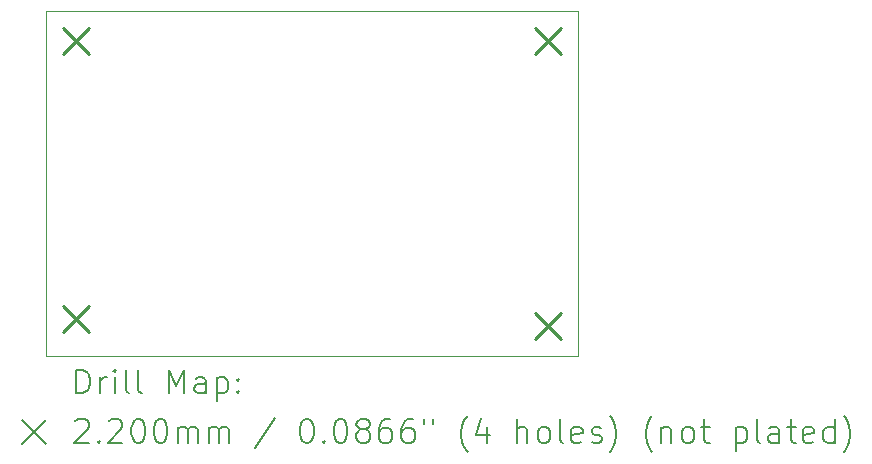
<source format=gbr>
%TF.GenerationSoftware,KiCad,Pcbnew,9.0.0-9.0.0-2~ubuntu24.04.1*%
%TF.CreationDate,2025-03-29T11:10:49-07:00*%
%TF.ProjectId,aud_chain2,6175645f-6368-4616-996e-322e6b696361,rev?*%
%TF.SameCoordinates,Original*%
%TF.FileFunction,Drillmap*%
%TF.FilePolarity,Positive*%
%FSLAX45Y45*%
G04 Gerber Fmt 4.5, Leading zero omitted, Abs format (unit mm)*
G04 Created by KiCad (PCBNEW 9.0.0-9.0.0-2~ubuntu24.04.1) date 2025-03-29 11:10:49*
%MOMM*%
%LPD*%
G01*
G04 APERTURE LIST*
%ADD10C,0.050000*%
%ADD11C,0.200000*%
%ADD12C,0.220000*%
G04 APERTURE END LIST*
D10*
X5080000Y-12700000D02*
X9588500Y-12700000D01*
X9588500Y-15621000D01*
X5080000Y-15621000D01*
X5080000Y-12700000D01*
D11*
D12*
X5224000Y-12844000D02*
X5444000Y-13064000D01*
X5444000Y-12844000D02*
X5224000Y-13064000D01*
X5224000Y-15193500D02*
X5444000Y-15413500D01*
X5444000Y-15193500D02*
X5224000Y-15413500D01*
X9224500Y-12844000D02*
X9444500Y-13064000D01*
X9444500Y-12844000D02*
X9224500Y-13064000D01*
X9224500Y-15257000D02*
X9444500Y-15477000D01*
X9444500Y-15257000D02*
X9224500Y-15477000D01*
D11*
X5338277Y-15934984D02*
X5338277Y-15734984D01*
X5338277Y-15734984D02*
X5385896Y-15734984D01*
X5385896Y-15734984D02*
X5414467Y-15744508D01*
X5414467Y-15744508D02*
X5433515Y-15763555D01*
X5433515Y-15763555D02*
X5443039Y-15782603D01*
X5443039Y-15782603D02*
X5452563Y-15820698D01*
X5452563Y-15820698D02*
X5452563Y-15849269D01*
X5452563Y-15849269D02*
X5443039Y-15887365D01*
X5443039Y-15887365D02*
X5433515Y-15906412D01*
X5433515Y-15906412D02*
X5414467Y-15925460D01*
X5414467Y-15925460D02*
X5385896Y-15934984D01*
X5385896Y-15934984D02*
X5338277Y-15934984D01*
X5538277Y-15934984D02*
X5538277Y-15801650D01*
X5538277Y-15839746D02*
X5547801Y-15820698D01*
X5547801Y-15820698D02*
X5557324Y-15811174D01*
X5557324Y-15811174D02*
X5576372Y-15801650D01*
X5576372Y-15801650D02*
X5595420Y-15801650D01*
X5662086Y-15934984D02*
X5662086Y-15801650D01*
X5662086Y-15734984D02*
X5652562Y-15744508D01*
X5652562Y-15744508D02*
X5662086Y-15754031D01*
X5662086Y-15754031D02*
X5671610Y-15744508D01*
X5671610Y-15744508D02*
X5662086Y-15734984D01*
X5662086Y-15734984D02*
X5662086Y-15754031D01*
X5785896Y-15934984D02*
X5766848Y-15925460D01*
X5766848Y-15925460D02*
X5757324Y-15906412D01*
X5757324Y-15906412D02*
X5757324Y-15734984D01*
X5890658Y-15934984D02*
X5871610Y-15925460D01*
X5871610Y-15925460D02*
X5862086Y-15906412D01*
X5862086Y-15906412D02*
X5862086Y-15734984D01*
X6119229Y-15934984D02*
X6119229Y-15734984D01*
X6119229Y-15734984D02*
X6185896Y-15877841D01*
X6185896Y-15877841D02*
X6252562Y-15734984D01*
X6252562Y-15734984D02*
X6252562Y-15934984D01*
X6433515Y-15934984D02*
X6433515Y-15830222D01*
X6433515Y-15830222D02*
X6423991Y-15811174D01*
X6423991Y-15811174D02*
X6404943Y-15801650D01*
X6404943Y-15801650D02*
X6366848Y-15801650D01*
X6366848Y-15801650D02*
X6347801Y-15811174D01*
X6433515Y-15925460D02*
X6414467Y-15934984D01*
X6414467Y-15934984D02*
X6366848Y-15934984D01*
X6366848Y-15934984D02*
X6347801Y-15925460D01*
X6347801Y-15925460D02*
X6338277Y-15906412D01*
X6338277Y-15906412D02*
X6338277Y-15887365D01*
X6338277Y-15887365D02*
X6347801Y-15868317D01*
X6347801Y-15868317D02*
X6366848Y-15858793D01*
X6366848Y-15858793D02*
X6414467Y-15858793D01*
X6414467Y-15858793D02*
X6433515Y-15849269D01*
X6528753Y-15801650D02*
X6528753Y-16001650D01*
X6528753Y-15811174D02*
X6547801Y-15801650D01*
X6547801Y-15801650D02*
X6585896Y-15801650D01*
X6585896Y-15801650D02*
X6604943Y-15811174D01*
X6604943Y-15811174D02*
X6614467Y-15820698D01*
X6614467Y-15820698D02*
X6623991Y-15839746D01*
X6623991Y-15839746D02*
X6623991Y-15896888D01*
X6623991Y-15896888D02*
X6614467Y-15915936D01*
X6614467Y-15915936D02*
X6604943Y-15925460D01*
X6604943Y-15925460D02*
X6585896Y-15934984D01*
X6585896Y-15934984D02*
X6547801Y-15934984D01*
X6547801Y-15934984D02*
X6528753Y-15925460D01*
X6709705Y-15915936D02*
X6719229Y-15925460D01*
X6719229Y-15925460D02*
X6709705Y-15934984D01*
X6709705Y-15934984D02*
X6700182Y-15925460D01*
X6700182Y-15925460D02*
X6709705Y-15915936D01*
X6709705Y-15915936D02*
X6709705Y-15934984D01*
X6709705Y-15811174D02*
X6719229Y-15820698D01*
X6719229Y-15820698D02*
X6709705Y-15830222D01*
X6709705Y-15830222D02*
X6700182Y-15820698D01*
X6700182Y-15820698D02*
X6709705Y-15811174D01*
X6709705Y-15811174D02*
X6709705Y-15830222D01*
X4877500Y-16163500D02*
X5077500Y-16363500D01*
X5077500Y-16163500D02*
X4877500Y-16363500D01*
X5328753Y-16174031D02*
X5338277Y-16164508D01*
X5338277Y-16164508D02*
X5357324Y-16154984D01*
X5357324Y-16154984D02*
X5404944Y-16154984D01*
X5404944Y-16154984D02*
X5423991Y-16164508D01*
X5423991Y-16164508D02*
X5433515Y-16174031D01*
X5433515Y-16174031D02*
X5443039Y-16193079D01*
X5443039Y-16193079D02*
X5443039Y-16212127D01*
X5443039Y-16212127D02*
X5433515Y-16240698D01*
X5433515Y-16240698D02*
X5319229Y-16354984D01*
X5319229Y-16354984D02*
X5443039Y-16354984D01*
X5528753Y-16335936D02*
X5538277Y-16345460D01*
X5538277Y-16345460D02*
X5528753Y-16354984D01*
X5528753Y-16354984D02*
X5519229Y-16345460D01*
X5519229Y-16345460D02*
X5528753Y-16335936D01*
X5528753Y-16335936D02*
X5528753Y-16354984D01*
X5614467Y-16174031D02*
X5623991Y-16164508D01*
X5623991Y-16164508D02*
X5643039Y-16154984D01*
X5643039Y-16154984D02*
X5690658Y-16154984D01*
X5690658Y-16154984D02*
X5709705Y-16164508D01*
X5709705Y-16164508D02*
X5719229Y-16174031D01*
X5719229Y-16174031D02*
X5728753Y-16193079D01*
X5728753Y-16193079D02*
X5728753Y-16212127D01*
X5728753Y-16212127D02*
X5719229Y-16240698D01*
X5719229Y-16240698D02*
X5604943Y-16354984D01*
X5604943Y-16354984D02*
X5728753Y-16354984D01*
X5852562Y-16154984D02*
X5871610Y-16154984D01*
X5871610Y-16154984D02*
X5890658Y-16164508D01*
X5890658Y-16164508D02*
X5900182Y-16174031D01*
X5900182Y-16174031D02*
X5909705Y-16193079D01*
X5909705Y-16193079D02*
X5919229Y-16231174D01*
X5919229Y-16231174D02*
X5919229Y-16278793D01*
X5919229Y-16278793D02*
X5909705Y-16316888D01*
X5909705Y-16316888D02*
X5900182Y-16335936D01*
X5900182Y-16335936D02*
X5890658Y-16345460D01*
X5890658Y-16345460D02*
X5871610Y-16354984D01*
X5871610Y-16354984D02*
X5852562Y-16354984D01*
X5852562Y-16354984D02*
X5833515Y-16345460D01*
X5833515Y-16345460D02*
X5823991Y-16335936D01*
X5823991Y-16335936D02*
X5814467Y-16316888D01*
X5814467Y-16316888D02*
X5804943Y-16278793D01*
X5804943Y-16278793D02*
X5804943Y-16231174D01*
X5804943Y-16231174D02*
X5814467Y-16193079D01*
X5814467Y-16193079D02*
X5823991Y-16174031D01*
X5823991Y-16174031D02*
X5833515Y-16164508D01*
X5833515Y-16164508D02*
X5852562Y-16154984D01*
X6043039Y-16154984D02*
X6062086Y-16154984D01*
X6062086Y-16154984D02*
X6081134Y-16164508D01*
X6081134Y-16164508D02*
X6090658Y-16174031D01*
X6090658Y-16174031D02*
X6100182Y-16193079D01*
X6100182Y-16193079D02*
X6109705Y-16231174D01*
X6109705Y-16231174D02*
X6109705Y-16278793D01*
X6109705Y-16278793D02*
X6100182Y-16316888D01*
X6100182Y-16316888D02*
X6090658Y-16335936D01*
X6090658Y-16335936D02*
X6081134Y-16345460D01*
X6081134Y-16345460D02*
X6062086Y-16354984D01*
X6062086Y-16354984D02*
X6043039Y-16354984D01*
X6043039Y-16354984D02*
X6023991Y-16345460D01*
X6023991Y-16345460D02*
X6014467Y-16335936D01*
X6014467Y-16335936D02*
X6004943Y-16316888D01*
X6004943Y-16316888D02*
X5995420Y-16278793D01*
X5995420Y-16278793D02*
X5995420Y-16231174D01*
X5995420Y-16231174D02*
X6004943Y-16193079D01*
X6004943Y-16193079D02*
X6014467Y-16174031D01*
X6014467Y-16174031D02*
X6023991Y-16164508D01*
X6023991Y-16164508D02*
X6043039Y-16154984D01*
X6195420Y-16354984D02*
X6195420Y-16221650D01*
X6195420Y-16240698D02*
X6204943Y-16231174D01*
X6204943Y-16231174D02*
X6223991Y-16221650D01*
X6223991Y-16221650D02*
X6252563Y-16221650D01*
X6252563Y-16221650D02*
X6271610Y-16231174D01*
X6271610Y-16231174D02*
X6281134Y-16250222D01*
X6281134Y-16250222D02*
X6281134Y-16354984D01*
X6281134Y-16250222D02*
X6290658Y-16231174D01*
X6290658Y-16231174D02*
X6309705Y-16221650D01*
X6309705Y-16221650D02*
X6338277Y-16221650D01*
X6338277Y-16221650D02*
X6357324Y-16231174D01*
X6357324Y-16231174D02*
X6366848Y-16250222D01*
X6366848Y-16250222D02*
X6366848Y-16354984D01*
X6462086Y-16354984D02*
X6462086Y-16221650D01*
X6462086Y-16240698D02*
X6471610Y-16231174D01*
X6471610Y-16231174D02*
X6490658Y-16221650D01*
X6490658Y-16221650D02*
X6519229Y-16221650D01*
X6519229Y-16221650D02*
X6538277Y-16231174D01*
X6538277Y-16231174D02*
X6547801Y-16250222D01*
X6547801Y-16250222D02*
X6547801Y-16354984D01*
X6547801Y-16250222D02*
X6557324Y-16231174D01*
X6557324Y-16231174D02*
X6576372Y-16221650D01*
X6576372Y-16221650D02*
X6604943Y-16221650D01*
X6604943Y-16221650D02*
X6623991Y-16231174D01*
X6623991Y-16231174D02*
X6633515Y-16250222D01*
X6633515Y-16250222D02*
X6633515Y-16354984D01*
X7023991Y-16145460D02*
X6852563Y-16402603D01*
X7281134Y-16154984D02*
X7300182Y-16154984D01*
X7300182Y-16154984D02*
X7319229Y-16164508D01*
X7319229Y-16164508D02*
X7328753Y-16174031D01*
X7328753Y-16174031D02*
X7338277Y-16193079D01*
X7338277Y-16193079D02*
X7347801Y-16231174D01*
X7347801Y-16231174D02*
X7347801Y-16278793D01*
X7347801Y-16278793D02*
X7338277Y-16316888D01*
X7338277Y-16316888D02*
X7328753Y-16335936D01*
X7328753Y-16335936D02*
X7319229Y-16345460D01*
X7319229Y-16345460D02*
X7300182Y-16354984D01*
X7300182Y-16354984D02*
X7281134Y-16354984D01*
X7281134Y-16354984D02*
X7262086Y-16345460D01*
X7262086Y-16345460D02*
X7252563Y-16335936D01*
X7252563Y-16335936D02*
X7243039Y-16316888D01*
X7243039Y-16316888D02*
X7233515Y-16278793D01*
X7233515Y-16278793D02*
X7233515Y-16231174D01*
X7233515Y-16231174D02*
X7243039Y-16193079D01*
X7243039Y-16193079D02*
X7252563Y-16174031D01*
X7252563Y-16174031D02*
X7262086Y-16164508D01*
X7262086Y-16164508D02*
X7281134Y-16154984D01*
X7433515Y-16335936D02*
X7443039Y-16345460D01*
X7443039Y-16345460D02*
X7433515Y-16354984D01*
X7433515Y-16354984D02*
X7423991Y-16345460D01*
X7423991Y-16345460D02*
X7433515Y-16335936D01*
X7433515Y-16335936D02*
X7433515Y-16354984D01*
X7566848Y-16154984D02*
X7585896Y-16154984D01*
X7585896Y-16154984D02*
X7604944Y-16164508D01*
X7604944Y-16164508D02*
X7614467Y-16174031D01*
X7614467Y-16174031D02*
X7623991Y-16193079D01*
X7623991Y-16193079D02*
X7633515Y-16231174D01*
X7633515Y-16231174D02*
X7633515Y-16278793D01*
X7633515Y-16278793D02*
X7623991Y-16316888D01*
X7623991Y-16316888D02*
X7614467Y-16335936D01*
X7614467Y-16335936D02*
X7604944Y-16345460D01*
X7604944Y-16345460D02*
X7585896Y-16354984D01*
X7585896Y-16354984D02*
X7566848Y-16354984D01*
X7566848Y-16354984D02*
X7547801Y-16345460D01*
X7547801Y-16345460D02*
X7538277Y-16335936D01*
X7538277Y-16335936D02*
X7528753Y-16316888D01*
X7528753Y-16316888D02*
X7519229Y-16278793D01*
X7519229Y-16278793D02*
X7519229Y-16231174D01*
X7519229Y-16231174D02*
X7528753Y-16193079D01*
X7528753Y-16193079D02*
X7538277Y-16174031D01*
X7538277Y-16174031D02*
X7547801Y-16164508D01*
X7547801Y-16164508D02*
X7566848Y-16154984D01*
X7747801Y-16240698D02*
X7728753Y-16231174D01*
X7728753Y-16231174D02*
X7719229Y-16221650D01*
X7719229Y-16221650D02*
X7709706Y-16202603D01*
X7709706Y-16202603D02*
X7709706Y-16193079D01*
X7709706Y-16193079D02*
X7719229Y-16174031D01*
X7719229Y-16174031D02*
X7728753Y-16164508D01*
X7728753Y-16164508D02*
X7747801Y-16154984D01*
X7747801Y-16154984D02*
X7785896Y-16154984D01*
X7785896Y-16154984D02*
X7804944Y-16164508D01*
X7804944Y-16164508D02*
X7814467Y-16174031D01*
X7814467Y-16174031D02*
X7823991Y-16193079D01*
X7823991Y-16193079D02*
X7823991Y-16202603D01*
X7823991Y-16202603D02*
X7814467Y-16221650D01*
X7814467Y-16221650D02*
X7804944Y-16231174D01*
X7804944Y-16231174D02*
X7785896Y-16240698D01*
X7785896Y-16240698D02*
X7747801Y-16240698D01*
X7747801Y-16240698D02*
X7728753Y-16250222D01*
X7728753Y-16250222D02*
X7719229Y-16259746D01*
X7719229Y-16259746D02*
X7709706Y-16278793D01*
X7709706Y-16278793D02*
X7709706Y-16316888D01*
X7709706Y-16316888D02*
X7719229Y-16335936D01*
X7719229Y-16335936D02*
X7728753Y-16345460D01*
X7728753Y-16345460D02*
X7747801Y-16354984D01*
X7747801Y-16354984D02*
X7785896Y-16354984D01*
X7785896Y-16354984D02*
X7804944Y-16345460D01*
X7804944Y-16345460D02*
X7814467Y-16335936D01*
X7814467Y-16335936D02*
X7823991Y-16316888D01*
X7823991Y-16316888D02*
X7823991Y-16278793D01*
X7823991Y-16278793D02*
X7814467Y-16259746D01*
X7814467Y-16259746D02*
X7804944Y-16250222D01*
X7804944Y-16250222D02*
X7785896Y-16240698D01*
X7995420Y-16154984D02*
X7957325Y-16154984D01*
X7957325Y-16154984D02*
X7938277Y-16164508D01*
X7938277Y-16164508D02*
X7928753Y-16174031D01*
X7928753Y-16174031D02*
X7909706Y-16202603D01*
X7909706Y-16202603D02*
X7900182Y-16240698D01*
X7900182Y-16240698D02*
X7900182Y-16316888D01*
X7900182Y-16316888D02*
X7909706Y-16335936D01*
X7909706Y-16335936D02*
X7919229Y-16345460D01*
X7919229Y-16345460D02*
X7938277Y-16354984D01*
X7938277Y-16354984D02*
X7976372Y-16354984D01*
X7976372Y-16354984D02*
X7995420Y-16345460D01*
X7995420Y-16345460D02*
X8004944Y-16335936D01*
X8004944Y-16335936D02*
X8014467Y-16316888D01*
X8014467Y-16316888D02*
X8014467Y-16269269D01*
X8014467Y-16269269D02*
X8004944Y-16250222D01*
X8004944Y-16250222D02*
X7995420Y-16240698D01*
X7995420Y-16240698D02*
X7976372Y-16231174D01*
X7976372Y-16231174D02*
X7938277Y-16231174D01*
X7938277Y-16231174D02*
X7919229Y-16240698D01*
X7919229Y-16240698D02*
X7909706Y-16250222D01*
X7909706Y-16250222D02*
X7900182Y-16269269D01*
X8185896Y-16154984D02*
X8147801Y-16154984D01*
X8147801Y-16154984D02*
X8128753Y-16164508D01*
X8128753Y-16164508D02*
X8119229Y-16174031D01*
X8119229Y-16174031D02*
X8100182Y-16202603D01*
X8100182Y-16202603D02*
X8090658Y-16240698D01*
X8090658Y-16240698D02*
X8090658Y-16316888D01*
X8090658Y-16316888D02*
X8100182Y-16335936D01*
X8100182Y-16335936D02*
X8109706Y-16345460D01*
X8109706Y-16345460D02*
X8128753Y-16354984D01*
X8128753Y-16354984D02*
X8166848Y-16354984D01*
X8166848Y-16354984D02*
X8185896Y-16345460D01*
X8185896Y-16345460D02*
X8195420Y-16335936D01*
X8195420Y-16335936D02*
X8204944Y-16316888D01*
X8204944Y-16316888D02*
X8204944Y-16269269D01*
X8204944Y-16269269D02*
X8195420Y-16250222D01*
X8195420Y-16250222D02*
X8185896Y-16240698D01*
X8185896Y-16240698D02*
X8166848Y-16231174D01*
X8166848Y-16231174D02*
X8128753Y-16231174D01*
X8128753Y-16231174D02*
X8109706Y-16240698D01*
X8109706Y-16240698D02*
X8100182Y-16250222D01*
X8100182Y-16250222D02*
X8090658Y-16269269D01*
X8281134Y-16154984D02*
X8281134Y-16193079D01*
X8357325Y-16154984D02*
X8357325Y-16193079D01*
X8652563Y-16431174D02*
X8643039Y-16421650D01*
X8643039Y-16421650D02*
X8623991Y-16393079D01*
X8623991Y-16393079D02*
X8614468Y-16374031D01*
X8614468Y-16374031D02*
X8604944Y-16345460D01*
X8604944Y-16345460D02*
X8595420Y-16297841D01*
X8595420Y-16297841D02*
X8595420Y-16259746D01*
X8595420Y-16259746D02*
X8604944Y-16212127D01*
X8604944Y-16212127D02*
X8614468Y-16183555D01*
X8614468Y-16183555D02*
X8623991Y-16164508D01*
X8623991Y-16164508D02*
X8643039Y-16135936D01*
X8643039Y-16135936D02*
X8652563Y-16126412D01*
X8814468Y-16221650D02*
X8814468Y-16354984D01*
X8766849Y-16145460D02*
X8719230Y-16288317D01*
X8719230Y-16288317D02*
X8843039Y-16288317D01*
X9071611Y-16354984D02*
X9071611Y-16154984D01*
X9157325Y-16354984D02*
X9157325Y-16250222D01*
X9157325Y-16250222D02*
X9147801Y-16231174D01*
X9147801Y-16231174D02*
X9128753Y-16221650D01*
X9128753Y-16221650D02*
X9100182Y-16221650D01*
X9100182Y-16221650D02*
X9081134Y-16231174D01*
X9081134Y-16231174D02*
X9071611Y-16240698D01*
X9281134Y-16354984D02*
X9262087Y-16345460D01*
X9262087Y-16345460D02*
X9252563Y-16335936D01*
X9252563Y-16335936D02*
X9243039Y-16316888D01*
X9243039Y-16316888D02*
X9243039Y-16259746D01*
X9243039Y-16259746D02*
X9252563Y-16240698D01*
X9252563Y-16240698D02*
X9262087Y-16231174D01*
X9262087Y-16231174D02*
X9281134Y-16221650D01*
X9281134Y-16221650D02*
X9309706Y-16221650D01*
X9309706Y-16221650D02*
X9328753Y-16231174D01*
X9328753Y-16231174D02*
X9338277Y-16240698D01*
X9338277Y-16240698D02*
X9347801Y-16259746D01*
X9347801Y-16259746D02*
X9347801Y-16316888D01*
X9347801Y-16316888D02*
X9338277Y-16335936D01*
X9338277Y-16335936D02*
X9328753Y-16345460D01*
X9328753Y-16345460D02*
X9309706Y-16354984D01*
X9309706Y-16354984D02*
X9281134Y-16354984D01*
X9462087Y-16354984D02*
X9443039Y-16345460D01*
X9443039Y-16345460D02*
X9433515Y-16326412D01*
X9433515Y-16326412D02*
X9433515Y-16154984D01*
X9614468Y-16345460D02*
X9595420Y-16354984D01*
X9595420Y-16354984D02*
X9557325Y-16354984D01*
X9557325Y-16354984D02*
X9538277Y-16345460D01*
X9538277Y-16345460D02*
X9528753Y-16326412D01*
X9528753Y-16326412D02*
X9528753Y-16250222D01*
X9528753Y-16250222D02*
X9538277Y-16231174D01*
X9538277Y-16231174D02*
X9557325Y-16221650D01*
X9557325Y-16221650D02*
X9595420Y-16221650D01*
X9595420Y-16221650D02*
X9614468Y-16231174D01*
X9614468Y-16231174D02*
X9623992Y-16250222D01*
X9623992Y-16250222D02*
X9623992Y-16269269D01*
X9623992Y-16269269D02*
X9528753Y-16288317D01*
X9700182Y-16345460D02*
X9719230Y-16354984D01*
X9719230Y-16354984D02*
X9757325Y-16354984D01*
X9757325Y-16354984D02*
X9776373Y-16345460D01*
X9776373Y-16345460D02*
X9785896Y-16326412D01*
X9785896Y-16326412D02*
X9785896Y-16316888D01*
X9785896Y-16316888D02*
X9776373Y-16297841D01*
X9776373Y-16297841D02*
X9757325Y-16288317D01*
X9757325Y-16288317D02*
X9728753Y-16288317D01*
X9728753Y-16288317D02*
X9709706Y-16278793D01*
X9709706Y-16278793D02*
X9700182Y-16259746D01*
X9700182Y-16259746D02*
X9700182Y-16250222D01*
X9700182Y-16250222D02*
X9709706Y-16231174D01*
X9709706Y-16231174D02*
X9728753Y-16221650D01*
X9728753Y-16221650D02*
X9757325Y-16221650D01*
X9757325Y-16221650D02*
X9776373Y-16231174D01*
X9852563Y-16431174D02*
X9862087Y-16421650D01*
X9862087Y-16421650D02*
X9881134Y-16393079D01*
X9881134Y-16393079D02*
X9890658Y-16374031D01*
X9890658Y-16374031D02*
X9900182Y-16345460D01*
X9900182Y-16345460D02*
X9909706Y-16297841D01*
X9909706Y-16297841D02*
X9909706Y-16259746D01*
X9909706Y-16259746D02*
X9900182Y-16212127D01*
X9900182Y-16212127D02*
X9890658Y-16183555D01*
X9890658Y-16183555D02*
X9881134Y-16164508D01*
X9881134Y-16164508D02*
X9862087Y-16135936D01*
X9862087Y-16135936D02*
X9852563Y-16126412D01*
X10214468Y-16431174D02*
X10204944Y-16421650D01*
X10204944Y-16421650D02*
X10185896Y-16393079D01*
X10185896Y-16393079D02*
X10176373Y-16374031D01*
X10176373Y-16374031D02*
X10166849Y-16345460D01*
X10166849Y-16345460D02*
X10157325Y-16297841D01*
X10157325Y-16297841D02*
X10157325Y-16259746D01*
X10157325Y-16259746D02*
X10166849Y-16212127D01*
X10166849Y-16212127D02*
X10176373Y-16183555D01*
X10176373Y-16183555D02*
X10185896Y-16164508D01*
X10185896Y-16164508D02*
X10204944Y-16135936D01*
X10204944Y-16135936D02*
X10214468Y-16126412D01*
X10290658Y-16221650D02*
X10290658Y-16354984D01*
X10290658Y-16240698D02*
X10300182Y-16231174D01*
X10300182Y-16231174D02*
X10319230Y-16221650D01*
X10319230Y-16221650D02*
X10347801Y-16221650D01*
X10347801Y-16221650D02*
X10366849Y-16231174D01*
X10366849Y-16231174D02*
X10376373Y-16250222D01*
X10376373Y-16250222D02*
X10376373Y-16354984D01*
X10500182Y-16354984D02*
X10481134Y-16345460D01*
X10481134Y-16345460D02*
X10471611Y-16335936D01*
X10471611Y-16335936D02*
X10462087Y-16316888D01*
X10462087Y-16316888D02*
X10462087Y-16259746D01*
X10462087Y-16259746D02*
X10471611Y-16240698D01*
X10471611Y-16240698D02*
X10481134Y-16231174D01*
X10481134Y-16231174D02*
X10500182Y-16221650D01*
X10500182Y-16221650D02*
X10528754Y-16221650D01*
X10528754Y-16221650D02*
X10547801Y-16231174D01*
X10547801Y-16231174D02*
X10557325Y-16240698D01*
X10557325Y-16240698D02*
X10566849Y-16259746D01*
X10566849Y-16259746D02*
X10566849Y-16316888D01*
X10566849Y-16316888D02*
X10557325Y-16335936D01*
X10557325Y-16335936D02*
X10547801Y-16345460D01*
X10547801Y-16345460D02*
X10528754Y-16354984D01*
X10528754Y-16354984D02*
X10500182Y-16354984D01*
X10623992Y-16221650D02*
X10700182Y-16221650D01*
X10652563Y-16154984D02*
X10652563Y-16326412D01*
X10652563Y-16326412D02*
X10662087Y-16345460D01*
X10662087Y-16345460D02*
X10681134Y-16354984D01*
X10681134Y-16354984D02*
X10700182Y-16354984D01*
X10919230Y-16221650D02*
X10919230Y-16421650D01*
X10919230Y-16231174D02*
X10938277Y-16221650D01*
X10938277Y-16221650D02*
X10976373Y-16221650D01*
X10976373Y-16221650D02*
X10995420Y-16231174D01*
X10995420Y-16231174D02*
X11004944Y-16240698D01*
X11004944Y-16240698D02*
X11014468Y-16259746D01*
X11014468Y-16259746D02*
X11014468Y-16316888D01*
X11014468Y-16316888D02*
X11004944Y-16335936D01*
X11004944Y-16335936D02*
X10995420Y-16345460D01*
X10995420Y-16345460D02*
X10976373Y-16354984D01*
X10976373Y-16354984D02*
X10938277Y-16354984D01*
X10938277Y-16354984D02*
X10919230Y-16345460D01*
X11128754Y-16354984D02*
X11109706Y-16345460D01*
X11109706Y-16345460D02*
X11100182Y-16326412D01*
X11100182Y-16326412D02*
X11100182Y-16154984D01*
X11290658Y-16354984D02*
X11290658Y-16250222D01*
X11290658Y-16250222D02*
X11281134Y-16231174D01*
X11281134Y-16231174D02*
X11262087Y-16221650D01*
X11262087Y-16221650D02*
X11223992Y-16221650D01*
X11223992Y-16221650D02*
X11204944Y-16231174D01*
X11290658Y-16345460D02*
X11271611Y-16354984D01*
X11271611Y-16354984D02*
X11223992Y-16354984D01*
X11223992Y-16354984D02*
X11204944Y-16345460D01*
X11204944Y-16345460D02*
X11195420Y-16326412D01*
X11195420Y-16326412D02*
X11195420Y-16307365D01*
X11195420Y-16307365D02*
X11204944Y-16288317D01*
X11204944Y-16288317D02*
X11223992Y-16278793D01*
X11223992Y-16278793D02*
X11271611Y-16278793D01*
X11271611Y-16278793D02*
X11290658Y-16269269D01*
X11357325Y-16221650D02*
X11433515Y-16221650D01*
X11385896Y-16154984D02*
X11385896Y-16326412D01*
X11385896Y-16326412D02*
X11395420Y-16345460D01*
X11395420Y-16345460D02*
X11414468Y-16354984D01*
X11414468Y-16354984D02*
X11433515Y-16354984D01*
X11576373Y-16345460D02*
X11557325Y-16354984D01*
X11557325Y-16354984D02*
X11519230Y-16354984D01*
X11519230Y-16354984D02*
X11500182Y-16345460D01*
X11500182Y-16345460D02*
X11490658Y-16326412D01*
X11490658Y-16326412D02*
X11490658Y-16250222D01*
X11490658Y-16250222D02*
X11500182Y-16231174D01*
X11500182Y-16231174D02*
X11519230Y-16221650D01*
X11519230Y-16221650D02*
X11557325Y-16221650D01*
X11557325Y-16221650D02*
X11576373Y-16231174D01*
X11576373Y-16231174D02*
X11585896Y-16250222D01*
X11585896Y-16250222D02*
X11585896Y-16269269D01*
X11585896Y-16269269D02*
X11490658Y-16288317D01*
X11757325Y-16354984D02*
X11757325Y-16154984D01*
X11757325Y-16345460D02*
X11738277Y-16354984D01*
X11738277Y-16354984D02*
X11700182Y-16354984D01*
X11700182Y-16354984D02*
X11681134Y-16345460D01*
X11681134Y-16345460D02*
X11671611Y-16335936D01*
X11671611Y-16335936D02*
X11662087Y-16316888D01*
X11662087Y-16316888D02*
X11662087Y-16259746D01*
X11662087Y-16259746D02*
X11671611Y-16240698D01*
X11671611Y-16240698D02*
X11681134Y-16231174D01*
X11681134Y-16231174D02*
X11700182Y-16221650D01*
X11700182Y-16221650D02*
X11738277Y-16221650D01*
X11738277Y-16221650D02*
X11757325Y-16231174D01*
X11833515Y-16431174D02*
X11843039Y-16421650D01*
X11843039Y-16421650D02*
X11862087Y-16393079D01*
X11862087Y-16393079D02*
X11871611Y-16374031D01*
X11871611Y-16374031D02*
X11881134Y-16345460D01*
X11881134Y-16345460D02*
X11890658Y-16297841D01*
X11890658Y-16297841D02*
X11890658Y-16259746D01*
X11890658Y-16259746D02*
X11881134Y-16212127D01*
X11881134Y-16212127D02*
X11871611Y-16183555D01*
X11871611Y-16183555D02*
X11862087Y-16164508D01*
X11862087Y-16164508D02*
X11843039Y-16135936D01*
X11843039Y-16135936D02*
X11833515Y-16126412D01*
M02*

</source>
